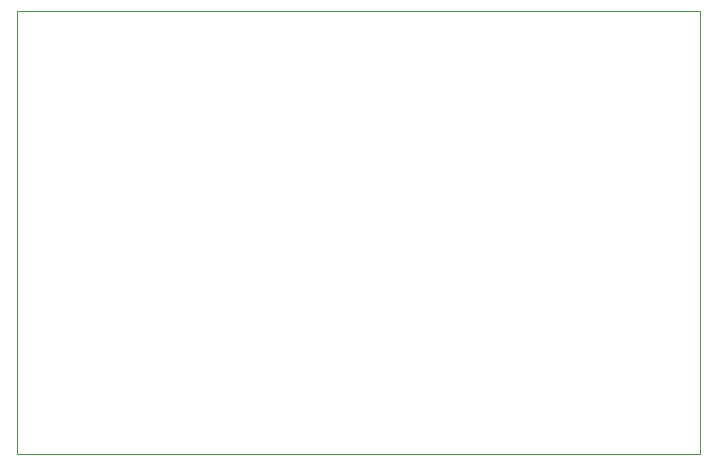
<source format=gm1>
%TF.GenerationSoftware,KiCad,Pcbnew,(6.0.2)*%
%TF.CreationDate,2022-04-01T15:45:15-05:00*%
%TF.ProjectId,bassDrum,62617373-4472-4756-9d2e-6b696361645f,rev?*%
%TF.SameCoordinates,Original*%
%TF.FileFunction,Profile,NP*%
%FSLAX46Y46*%
G04 Gerber Fmt 4.6, Leading zero omitted, Abs format (unit mm)*
G04 Created by KiCad (PCBNEW (6.0.2)) date 2022-04-01 15:45:15*
%MOMM*%
%LPD*%
G01*
G04 APERTURE LIST*
%TA.AperFunction,Profile*%
%ADD10C,0.050000*%
%TD*%
G04 APERTURE END LIST*
D10*
X106045000Y-113665000D02*
X106045000Y-112395000D01*
X163830000Y-113665000D02*
X106045000Y-113665000D01*
X163830000Y-112395000D02*
X163830000Y-113665000D01*
X106045000Y-76200000D02*
X107950000Y-76200000D01*
X106045000Y-112395000D02*
X106045000Y-76200000D01*
X163830000Y-76200000D02*
X163830000Y-112395000D01*
X107950000Y-76200000D02*
X163830000Y-76200000D01*
M02*

</source>
